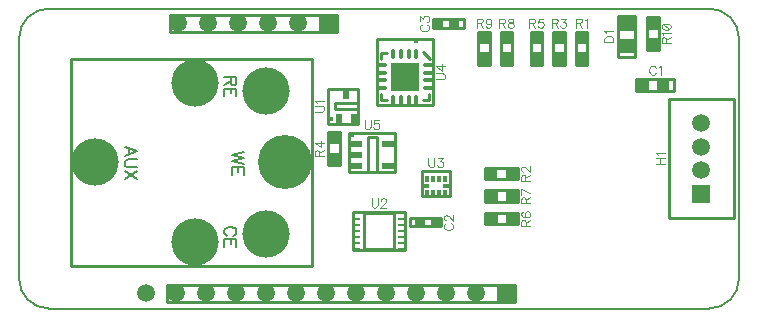
<source format=gbr>
G04 DipTrace 2.4.0.2*
%INTopAssy.gbr*%
%MOIN*%
%ADD10C,0.0098*%
%ADD11C,0.006*%
%ADD14C,0.008*%
%ADD16R,0.0591X0.0512*%
%ADD17R,0.059X0.059*%
%ADD18C,0.0591*%
%ADD19R,0.0394X0.0433*%
%ADD20R,0.0433X0.0394*%
%ADD21C,0.1575*%
%ADD22C,0.18*%
%ADD23C,0.0154*%
%ADD24R,0.0197X0.0335*%
%ADD25R,0.0236X0.0098*%
%ADD26R,0.0126X0.0197*%
%ADD27R,0.0197X0.0126*%
%ADD28C,0.0157*%
%ADD29O,0.0138X0.0335*%
%ADD30O,0.0335X0.0138*%
%ADD31R,0.0945X0.0945*%
%ADD32R,0.0433X0.0236*%
%ADD33R,0.0354X0.0276*%
%ADD73C,0.0046*%
%ADD74C,0.0062*%
%FSLAX44Y44*%
G04*
G70*
G90*
G75*
G01*
%LNTopAssy*%
%LPD*%
X24446Y12316D2*
D10*
X23934D1*
X23895Y13694D2*
X24485D1*
Y12316D1*
X23895D1*
Y13694D1*
D16*
X24190Y12690D3*
Y13438D3*
X25607Y6972D2*
D10*
X27773D1*
Y10909D1*
X25607D1*
Y6972D1*
Y10909D2*
X27773D1*
Y6972D1*
X25607D1*
Y10909D1*
D17*
X26690Y7759D3*
D18*
Y8546D3*
Y9334D3*
Y10121D3*
X8890Y4740D2*
D10*
X20480D1*
Y4150D1*
X8890D1*
Y4740D1*
D17*
X20185Y4445D3*
D18*
X19185D3*
X18185D3*
X17185D3*
X16185D3*
X15185D3*
X14185D3*
X13185D3*
X12185D3*
X11185D3*
X10185D3*
X9185D3*
X8960Y13740D2*
D10*
X14550D1*
Y13150D1*
X8960D1*
Y13740D1*
D17*
X14255Y13445D3*
D18*
X13255D3*
X12255D3*
X11255D3*
X10255D3*
X9255D3*
X22493Y13166D2*
D10*
X22887D1*
Y12063D1*
X22493D1*
Y13166D1*
D19*
X22690Y12949D3*
Y12280D3*
X19473Y8637D2*
D10*
X20576D1*
Y8243D1*
X19473D1*
Y8637D1*
D20*
X19690Y8440D3*
X20359D3*
X21743Y13161D2*
D10*
X22137D1*
Y12059D1*
X21743D1*
Y13161D1*
D19*
X21940Y12945D3*
Y12275D3*
X14243Y9826D2*
D10*
X14637D1*
Y8723D1*
X14243D1*
Y9826D1*
D19*
X14440Y9609D3*
Y8940D3*
X20993Y13161D2*
D10*
X21387D1*
Y12059D1*
X20993D1*
Y13161D1*
D19*
X21190Y12945D3*
Y12275D3*
X19478Y7137D2*
D10*
X20580D1*
Y6743D1*
X19478D1*
Y7137D1*
D20*
X19695Y6940D3*
X20364D3*
X19478Y7887D2*
D10*
X20580D1*
Y7493D1*
X19478D1*
Y7887D1*
D20*
X19695Y7690D3*
X20364D3*
X19993Y13161D2*
D10*
X20387D1*
Y12059D1*
X19993D1*
Y13161D1*
D19*
X20190Y12945D3*
Y12275D3*
X19243Y13166D2*
D10*
X19637D1*
Y12063D1*
X19243D1*
Y13166D1*
D19*
X19440Y12280D3*
Y12949D3*
X24868Y13657D2*
D10*
X25262D1*
Y12554D1*
X24868D1*
Y13657D1*
D19*
X25065Y13440D3*
Y12771D3*
X5683Y12247D2*
D10*
X13720D1*
Y5373D1*
X5683D1*
Y12247D1*
D21*
X12190Y6440D3*
X6470Y8810D3*
X12190Y11180D3*
D22*
X12820Y8810D3*
D21*
X9820Y6160D3*
Y11460D3*
D18*
X8180Y4450D3*
D23*
X14328Y10242D3*
X14460Y10586D2*
D10*
X15247D1*
Y10782D1*
X14460D1*
Y10586D1*
X14251Y11265D2*
X15247D1*
Y10103D1*
X14251D1*
Y11265D1*
D24*
X14597Y10271D3*
X15109D3*
X14853Y11097D3*
X15430Y5940D2*
D10*
X16454D1*
Y7121D1*
X15430D1*
Y5940D1*
X15076Y7170D2*
X16808D1*
Y5891D1*
X15076D1*
Y7170D1*
D25*
X16690Y5940D3*
Y6137D3*
Y6334D3*
Y6531D3*
Y6727D3*
Y6924D3*
Y7121D3*
X15194D3*
Y6924D3*
Y6727D3*
Y6531D3*
Y6334D3*
Y6137D3*
Y5940D3*
X17361Y7867D2*
D10*
Y7710D1*
Y8182D2*
Y8340D1*
X18306Y7867D2*
Y7710D1*
Y8340D2*
Y8182D1*
D14*
X18141Y8480D3*
X17361Y8519D2*
D10*
X18306D1*
Y7698D1*
X17361D1*
Y8519D1*
D26*
X18129Y8253D3*
X17932D3*
X17735D3*
X17538D3*
D27*
X17499Y8025D3*
D26*
X17538Y7796D3*
X17735D3*
X17932D3*
X18129D3*
D27*
X18168Y8025D3*
X16216Y12460D2*
D10*
X16019D1*
Y12263D1*
X17594Y10885D2*
Y11082D1*
Y10885D2*
X17397D1*
X16019Y11082D2*
Y10885D1*
X16216D1*
X17397Y12499D2*
X17633Y12263D1*
D28*
X17180Y12851D3*
X15871Y12930D2*
D10*
X17741D1*
Y10737D1*
X15871D1*
Y12930D1*
D29*
X17190Y12440D3*
X16934D3*
X16678D3*
X16422D3*
D30*
X16038Y12056D3*
Y11800D3*
Y11544D3*
Y11288D3*
D29*
X16422Y10905D3*
X16678D3*
X16934D3*
X17190D3*
D30*
X17574Y11288D3*
Y11544D3*
Y11800D3*
Y12056D3*
D31*
X16806Y11672D3*
D23*
X15025Y9710D3*
X15566Y9657D2*
D10*
Y8476D1*
X15880Y9657D2*
Y8476D1*
X15566D2*
X15880D1*
X15566Y9657D2*
X15880D1*
X14948Y9787D2*
X16471D1*
Y8476D1*
X14948D1*
Y9787D1*
D32*
X15191Y9441D3*
Y9067D3*
Y8693D3*
X16254D3*
Y9441D3*
X16980Y6717D2*
D10*
Y6913D1*
Y6953D2*
X18004D1*
Y6677D1*
X16980D1*
Y6953D1*
D33*
X17315Y6815D3*
X17827D3*
X18771Y13538D2*
D10*
Y13342D1*
X17747Y13578D2*
X18771D1*
Y13302D1*
X17747D1*
Y13578D1*
D33*
X18436Y13440D3*
X17924D3*
X25773Y11557D2*
D10*
Y11242D1*
X24514Y11597D2*
X25773D1*
Y11203D1*
X24514D1*
Y11597D1*
D20*
X25400Y11400D3*
X24731D3*
X23455Y12822D2*
D73*
X23757D1*
Y12923D1*
X23742Y12966D1*
X23714Y12995D1*
X23685Y13009D1*
X23642Y13023D1*
X23570D1*
X23527Y13009D1*
X23498Y12995D1*
X23470Y12966D1*
X23455Y12923D1*
Y12822D1*
X23513Y13116D2*
X23498Y13145D1*
X23456Y13188D1*
X23757D1*
X25168Y8757D2*
X25469D1*
X25168Y8958D2*
X25469D1*
X25312Y8757D2*
Y8958D1*
X25226Y9051D2*
X25211Y9080D1*
X25168Y9123D1*
X25469D1*
X22507Y13462D2*
X22636D1*
X22679Y13476D1*
X22694Y13490D1*
X22708Y13519D1*
Y13548D1*
X22694Y13576D1*
X22679Y13591D1*
X22636Y13605D1*
X22507D1*
Y13304D1*
X22608Y13462D2*
X22708Y13304D1*
X22801Y13547D2*
X22830Y13562D1*
X22873Y13605D1*
Y13304D1*
X20821Y8193D2*
Y8322D1*
X20807Y8365D1*
X20792Y8379D1*
X20764Y8394D1*
X20735D1*
X20706Y8379D1*
X20692Y8365D1*
X20678Y8322D1*
Y8193D1*
X20979D1*
X20821Y8293D2*
X20979Y8394D1*
X20750Y8501D2*
X20735D1*
X20706Y8515D1*
X20692Y8529D1*
X20678Y8558D1*
Y8616D1*
X20692Y8644D1*
X20706Y8658D1*
X20735Y8673D1*
X20764D1*
X20793Y8658D1*
X20835Y8630D1*
X20979Y8486D1*
Y8687D1*
X21693Y13457D2*
X21822D1*
X21865Y13472D1*
X21879Y13486D1*
X21894Y13514D1*
Y13543D1*
X21879Y13572D1*
X21865Y13586D1*
X21822Y13601D1*
X21693D1*
Y13299D1*
X21793Y13457D2*
X21894Y13299D1*
X22015Y13600D2*
X22173D1*
X22087Y13485D1*
X22130D1*
X22158Y13471D1*
X22173Y13457D1*
X22187Y13414D1*
Y13385D1*
X22173Y13342D1*
X22144Y13313D1*
X22101Y13299D1*
X22058D1*
X22015Y13313D1*
X22001Y13328D1*
X21986Y13356D1*
X13947Y9020D2*
Y9149D1*
X13933Y9192D1*
X13919Y9207D1*
X13890Y9221D1*
X13861D1*
X13833Y9207D1*
X13818Y9192D1*
X13804Y9149D1*
Y9020D1*
X14105D1*
X13947Y9121D2*
X14105Y9221D1*
Y9457D2*
X13804D1*
X14005Y9314D1*
Y9529D1*
X20943Y13457D2*
X21072D1*
X21115Y13472D1*
X21129Y13486D1*
X21144Y13514D1*
Y13543D1*
X21129Y13572D1*
X21115Y13586D1*
X21072Y13601D1*
X20943D1*
Y13299D1*
X21043Y13457D2*
X21144Y13299D1*
X21408Y13600D2*
X21265D1*
X21251Y13471D1*
X21265Y13485D1*
X21308Y13500D1*
X21351D1*
X21394Y13485D1*
X21423Y13457D1*
X21437Y13414D1*
Y13385D1*
X21423Y13342D1*
X21394Y13313D1*
X21351Y13299D1*
X21308D1*
X21265Y13313D1*
X21251Y13328D1*
X21236Y13356D1*
X20826Y6700D2*
Y6829D1*
X20811Y6872D1*
X20797Y6887D1*
X20768Y6901D1*
X20740D1*
X20711Y6887D1*
X20696Y6872D1*
X20682Y6829D1*
Y6700D1*
X20984D1*
X20826Y6801D2*
X20984Y6901D1*
X20725Y7166D2*
X20697Y7151D1*
X20683Y7108D1*
Y7080D1*
X20697Y7037D1*
X20740Y7008D1*
X20812Y6994D1*
X20883D1*
X20941Y7008D1*
X20969Y7037D1*
X20984Y7080D1*
Y7094D1*
X20969Y7137D1*
X20941Y7166D1*
X20897Y7180D1*
X20883D1*
X20840Y7166D1*
X20812Y7137D1*
X20797Y7094D1*
Y7080D1*
X20812Y7037D1*
X20840Y7008D1*
X20883Y6994D1*
X20826Y7443D2*
Y7572D1*
X20811Y7615D1*
X20797Y7629D1*
X20768Y7644D1*
X20740D1*
X20711Y7629D1*
X20696Y7615D1*
X20682Y7572D1*
Y7443D1*
X20984D1*
X20826Y7543D2*
X20984Y7644D1*
Y7794D2*
X20683Y7937D1*
Y7736D1*
X19943Y13457D2*
X20072D1*
X20115Y13472D1*
X20130Y13486D1*
X20144Y13514D1*
Y13543D1*
X20130Y13572D1*
X20115Y13586D1*
X20072Y13601D1*
X19943D1*
Y13299D1*
X20043Y13457D2*
X20144Y13299D1*
X20308Y13600D2*
X20265Y13586D1*
X20251Y13557D1*
Y13529D1*
X20265Y13500D1*
X20294Y13485D1*
X20351Y13471D1*
X20394Y13457D1*
X20423Y13428D1*
X20437Y13400D1*
Y13356D1*
X20423Y13328D1*
X20409Y13313D1*
X20365Y13299D1*
X20308D1*
X20265Y13313D1*
X20251Y13328D1*
X20236Y13356D1*
Y13400D1*
X20251Y13428D1*
X20280Y13457D1*
X20322Y13471D1*
X20380Y13485D1*
X20409Y13500D1*
X20423Y13529D1*
Y13557D1*
X20409Y13586D1*
X20365Y13600D1*
X20308D1*
X19200Y13462D2*
X19329D1*
X19372Y13476D1*
X19387Y13490D1*
X19401Y13519D1*
Y13548D1*
X19387Y13576D1*
X19372Y13591D1*
X19329Y13605D1*
X19200D1*
Y13304D1*
X19300Y13462D2*
X19401Y13304D1*
X19680Y13505D2*
X19666Y13462D1*
X19637Y13433D1*
X19594Y13418D1*
X19580D1*
X19537Y13433D1*
X19508Y13462D1*
X19493Y13505D1*
Y13519D1*
X19508Y13562D1*
X19537Y13591D1*
X19580Y13605D1*
X19594D1*
X19637Y13591D1*
X19666Y13562D1*
X19680Y13505D1*
Y13433D1*
X19666Y13361D1*
X19637Y13318D1*
X19594Y13304D1*
X19565D1*
X19522Y13318D1*
X19508Y13347D1*
X25507Y12776D2*
Y12905D1*
X25493Y12948D1*
X25478Y12962D1*
X25450Y12977D1*
X25421D1*
X25392Y12962D1*
X25378Y12948D1*
X25364Y12905D1*
Y12776D1*
X25665D1*
X25507Y12876D2*
X25665Y12977D1*
X25421Y13069D2*
X25407Y13098D1*
X25364Y13141D1*
X25665D1*
X25364Y13320D2*
X25378Y13277D1*
X25421Y13248D1*
X25493Y13234D1*
X25536D1*
X25608Y13248D1*
X25651Y13277D1*
X25665Y13320D1*
Y13349D1*
X25651Y13392D1*
X25608Y13420D1*
X25536Y13435D1*
X25493D1*
X25421Y13420D1*
X25378Y13392D1*
X25364Y13349D1*
Y13320D1*
X25421Y13420D2*
X25608Y13248D1*
X13812Y10501D2*
X14027D1*
X14070Y10516D1*
X14099Y10544D1*
X14113Y10588D1*
Y10616D1*
X14099Y10659D1*
X14070Y10688D1*
X14027Y10702D1*
X13812D1*
X13870Y10795D2*
X13855Y10824D1*
X13812Y10867D1*
X14113D1*
X15695Y7610D2*
Y7394D1*
X15709Y7351D1*
X15738Y7323D1*
X15781Y7308D1*
X15809D1*
X15853Y7323D1*
X15881Y7351D1*
X15896Y7394D1*
Y7610D1*
X16003Y7538D2*
Y7552D1*
X16017Y7581D1*
X16031Y7595D1*
X16060Y7609D1*
X16118D1*
X16146Y7595D1*
X16160Y7581D1*
X16175Y7552D1*
Y7523D1*
X16160Y7495D1*
X16132Y7452D1*
X15988Y7308D1*
X16189D1*
X17586Y8959D2*
Y8743D1*
X17601Y8700D1*
X17630Y8672D1*
X17673Y8657D1*
X17701D1*
X17744Y8672D1*
X17773Y8700D1*
X17787Y8743D1*
Y8959D1*
X17909Y8958D2*
X18066D1*
X17981Y8843D1*
X18024D1*
X18052Y8829D1*
X18066Y8815D1*
X18081Y8772D1*
Y8743D1*
X18066Y8700D1*
X18038Y8671D1*
X17995Y8657D1*
X17952D1*
X17909Y8671D1*
X17895Y8686D1*
X17880Y8714D1*
X17843Y11579D2*
X18058D1*
X18101Y11593D1*
X18130Y11622D1*
X18144Y11665D1*
Y11694D1*
X18130Y11737D1*
X18101Y11766D1*
X18058Y11780D1*
X17843D1*
X18144Y12016D2*
X17843D1*
X18044Y11873D1*
Y12088D1*
X15462Y10226D2*
Y10011D1*
X15476Y9968D1*
X15505Y9939D1*
X15548Y9925D1*
X15577D1*
X15620Y9939D1*
X15649Y9968D1*
X15663Y10011D1*
Y10226D1*
X15928D2*
X15784D1*
X15770Y10097D1*
X15784Y10111D1*
X15828Y10126D1*
X15870D1*
X15913Y10111D1*
X15942Y10082D1*
X15957Y10039D1*
Y10011D1*
X15942Y9968D1*
X15913Y9939D1*
X15870Y9925D1*
X15828D1*
X15784Y9939D1*
X15770Y9953D1*
X15756Y9982D1*
X18177Y6776D2*
X18149Y6762D1*
X18120Y6733D1*
X18106Y6704D1*
Y6647D1*
X18120Y6618D1*
X18149Y6589D1*
X18177Y6575D1*
X18220Y6561D1*
X18292D1*
X18335Y6575D1*
X18364Y6589D1*
X18393Y6618D1*
X18407Y6647D1*
Y6704D1*
X18393Y6733D1*
X18364Y6762D1*
X18335Y6776D1*
X18178Y6883D2*
X18163D1*
X18135Y6897D1*
X18120Y6912D1*
X18106Y6940D1*
Y6998D1*
X18120Y7026D1*
X18135Y7041D1*
X18163Y7055D1*
X18192D1*
X18221Y7041D1*
X18264Y7012D1*
X18407Y6868D1*
Y7069D1*
X17379Y13401D2*
X17351Y13387D1*
X17322Y13358D1*
X17308Y13329D1*
Y13272D1*
X17322Y13243D1*
X17351Y13214D1*
X17379Y13200D1*
X17422Y13186D1*
X17494D1*
X17537Y13200D1*
X17566Y13214D1*
X17594Y13243D1*
X17609Y13272D1*
Y13329D1*
X17594Y13358D1*
X17566Y13387D1*
X17537Y13401D1*
X17308Y13522D2*
Y13680D1*
X17423Y13594D1*
Y13637D1*
X17437Y13666D1*
X17451Y13680D1*
X17494Y13694D1*
X17523D1*
X17566Y13680D1*
X17595Y13651D1*
X17609Y13608D1*
Y13565D1*
X17595Y13522D1*
X17580Y13508D1*
X17552Y13493D1*
X25169Y11964D2*
X25155Y11993D1*
X25126Y12022D1*
X25097Y12036D1*
X25040D1*
X25011Y12022D1*
X24983Y11993D1*
X24968Y11964D1*
X24954Y11921D1*
Y11849D1*
X24968Y11807D1*
X24983Y11778D1*
X25011Y11749D1*
X25040Y11735D1*
X25097D1*
X25126Y11749D1*
X25155Y11778D1*
X25169Y11807D1*
X25262Y11978D2*
X25290Y11993D1*
X25334Y12036D1*
Y11735D1*
X10993Y11654D2*
D74*
Y11482D1*
X11012Y11425D1*
X11031Y11405D1*
X11069Y11386D1*
X11108D1*
X11146Y11405D1*
X11165Y11425D1*
X11184Y11482D1*
Y11654D1*
X10782D1*
X10993Y11520D2*
X10782Y11386D1*
X11184Y11014D2*
Y11263D1*
X10782D1*
Y11014D1*
X10993Y11263D2*
Y11110D1*
X11089Y6367D2*
X11127Y6386D1*
X11165Y6425D1*
X11184Y6463D1*
Y6539D1*
X11165Y6578D1*
X11127Y6616D1*
X11089Y6635D1*
X11031Y6654D1*
X10935D1*
X10878Y6635D1*
X10840Y6616D1*
X10802Y6578D1*
X10782Y6539D1*
Y6463D1*
X10802Y6425D1*
X10840Y6386D1*
X10878Y6367D1*
X11184Y5995D2*
Y6244D1*
X10782D1*
Y5995D1*
X10993Y6244D2*
Y6091D1*
X11434Y9154D2*
X11032Y9058D1*
X11434Y8962D1*
X11032Y8867D1*
X11434Y8771D1*
Y8399D2*
Y8647D1*
X11032D1*
Y8399D1*
X11243Y8647D2*
Y8494D1*
X7470Y9035D2*
X7872Y9189D1*
X7470Y9341D1*
X7604Y9284D2*
Y9093D1*
X7872Y8912D2*
X7585D1*
X7528Y8893D1*
X7490Y8854D1*
X7470Y8797D1*
Y8759D1*
X7490Y8701D1*
X7528Y8663D1*
X7585Y8644D1*
X7872D1*
Y8520D2*
X7470Y8252D1*
X7872D2*
X7470Y8520D1*
X4940Y3940D2*
D11*
X26940D1*
G03X27940Y4940I5J995D01*
G01*
Y12940D1*
G03X26940Y13940I-995J5D01*
G01*
X4940D1*
G03X3940Y12940I0J-1000D01*
G01*
Y4940D1*
G03X4940Y3940I1000J0D01*
G01*
M02*

</source>
